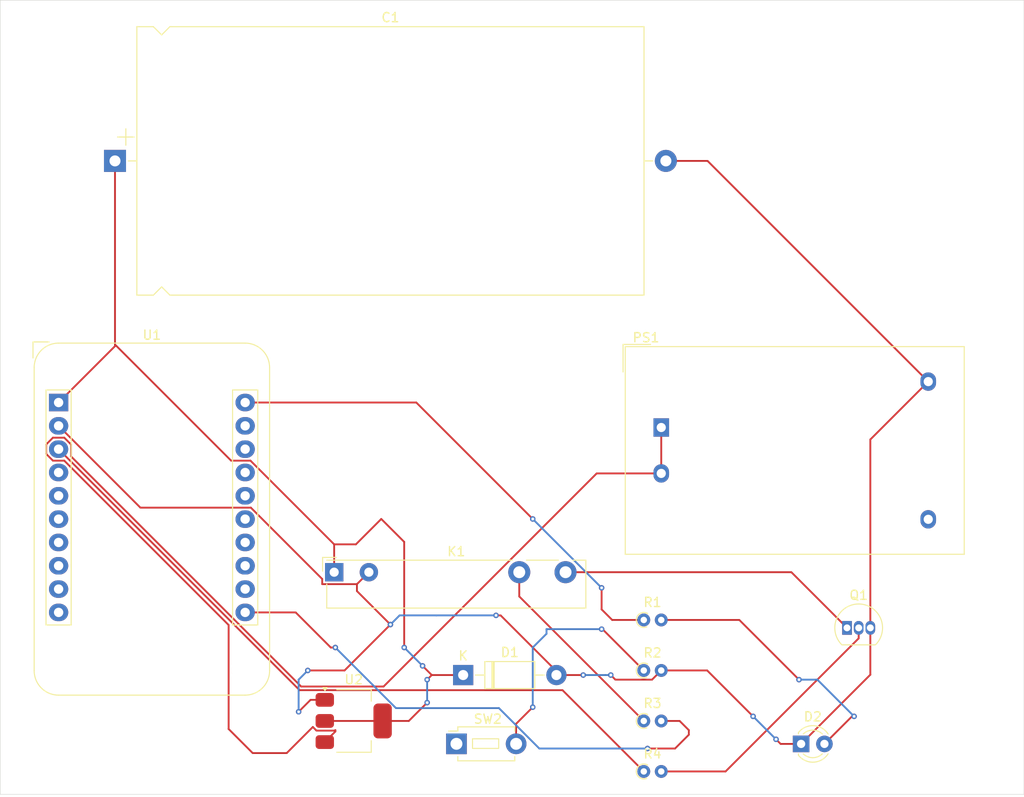
<source format=kicad_pcb>
(kicad_pcb (version 20241229) (generator "pcbnew") (generator_version "9.0")
  (layers (0 "F.Cu" signal) (2 "B.Cu" signal) (13 "F.Paste" user) (15 "B.Paste" user) (5 "F.SilkS" user "F.Silkscreen") (7 "B.SilkS" user "B.Silkscreen") (1 "F.Mask" user) (3 "B.Mask" user) (25 "Edge.Cuts" user))
  (net 0 "")
  (net 1 "GND")
  (net 2 "VCC")
  (net 3 "Net-(D2-A)")
  (net 4 "Net-(K1-Pad13)")
  (net 5 "Net-(Q1-C)")
  (net 7 "AC")
  (net 8 "Net-(Q1-B)")
  (net 9 "Net-(U1-GPIO-2)")
  (net 10 "Net-(R2-Pad1)")
  (net 11 "Net-(U1-GPIO5)")
  (net 12 "Net-(U1-GPIO1)")
  (net 13 "Net-(U1-GPIO4)")
  (footprint "Converter_ACDC:Converter_ACDC_Hi-Link_HLK-PMxx" (layer "F.Cu") (at 179.4975 97.0375)
    (property "Reference" "PS1" (at -1.66 -9.79 0) (layer "F.SilkS"))
    (property "Value" "HLK-PM01")
    (fp_line (start -4.16 -9.05) (end -1.16 -9.05) (stroke (width 0.12)) (layer "F.SilkS"))
    (fp_line (start -4.16 -6.05) (end -4.16 -9.05) (stroke (width 0.12)) (layer "F.SilkS"))
    (fp_line (start -3.92 -8.81) (end -3.92 13.81) (stroke (width 0.12)) (layer "F.SilkS"))
    (fp_line (start -3.92 -8.81) (end 33 -8.81) (stroke (width 0.12)) (layer "F.SilkS"))
    (fp_line (start -3.92 13.81) (end 33 13.81) (stroke (width 0.12)) (layer "F.SilkS"))
    (fp_line (start 33 -8.81) (end 33 13.81) (stroke (width 0.12)) (layer "F.SilkS"))
    (pad "1" thru_hole rect (at 0 0) (size 1.7 2) (drill 1) (layers "*.Cu" "*.Mask") (net 7 "AC"))
    (pad "2" thru_hole oval (at 0 5) (size 1.7 2) (drill 1) (layers "*.Cu" "*.Mask") (net 7 "AC"))
    (pad "3" thru_hole oval (at 29.08 -5) (size 1.7 2) (drill 1) (layers "*.Cu" "*.Mask") (net 1 "GND"))
    (pad "4" thru_hole oval (at 29.08 10) (size 1.7 2) (drill 1) (layers "*.Cu" "*.Mask"))
  )
  (footprint "Diode_THT:D_DO-41_SOD81_P10.16mm_Horizontal" (layer "F.Cu") (at 157.92 124)
    (property "Reference" "D1" (at 5.08 -2.47 0) (layer "F.SilkS"))
    (property "Value" "1N4007")
    (fp_line (start 1.34 0) (end 2.36 0) (stroke (width 0.12)) (layer "F.SilkS"))
    (fp_line (start 2.36 -1.47) (end 2.36 1.47) (stroke (width 0.12)) (layer "F.SilkS"))
    (fp_line (start 2.36 1.47) (end 7.8 1.47) (stroke (width 0.12)) (layer "F.SilkS"))
    (fp_line (start 3.14 -1.47) (end 3.14 1.47) (stroke (width 0.12)) (layer "F.SilkS"))
    (fp_line (start 3.26 -1.47) (end 3.26 1.47) (stroke (width 0.12)) (layer "F.SilkS"))
    (fp_line (start 3.38 -1.47) (end 3.38 1.47) (stroke (width 0.12)) (layer "F.SilkS"))
    (fp_line (start 7.8 -1.47) (end 2.36 -1.47) (stroke (width 0.12)) (layer "F.SilkS"))
    (fp_line (start 7.8 1.47) (end 7.8 -1.47) (stroke (width 0.12)) (layer "F.SilkS"))
    (fp_line (start 8.82 0) (end 7.8 0) (stroke (width 0.12)) (layer "F.SilkS"))
    (fp_text user "K" (at 0 -2.1 0) (layer "F.SilkS"))
    (pad "1" thru_hole rect (at 0 0) (size 2.2 2.2) (drill 1.1) (layers "*.Cu" "*.Mask") (net 2 "VCC"))
    (pad "2" thru_hole oval (at 10.16 0) (size 2.2 2.2) (drill 1.1) (layers "*.Cu" "*.Mask") (net 1 "GND"))
  )
  (footprint "Resistor_THT:R_Axial_DIN0204_L3.6mm_D1.6mm_P1.90mm_Vertical" (layer "F.Cu") (at 177.595 129)
    (property "Reference" "R3" (at 0.95 -1.92 0) (layer "F.SilkS"))
    (property "Value" "R")
    (fp_arc (start 0.320095 0.749359) (mid -0.813042 -0.054435) (end 0.417133 -0.7) (stroke (width 0.12)) (layer "F.SilkS"))
    (pad "1" thru_hole circle (at 0 0) (size 1.4 1.4) (drill 0.7) (layers "*.Cu" "*.Mask") (net 4 "Net-(K1-Pad13)"))
    (pad "2" thru_hole oval (at 1.9 0) (size 1.4 1.4) (drill 0.7) (layers "*.Cu" "*.Mask") (net 11 "Net-(U1-GPIO5)"))
  )
  (footprint "Resistor_THT:R_Axial_DIN0204_L3.6mm_D1.6mm_P1.90mm_Vertical" (layer "F.Cu") (at 177.595 123.5)
    (property "Reference" "R2" (at 0.95 -1.92 0) (layer "F.SilkS"))
    (property "Value" "R")
    (fp_arc (start 0.320095 0.749359) (mid -0.813042 -0.054435) (end 0.417133 -0.7) (stroke (width 0.12)) (layer "F.SilkS"))
    (pad "1" thru_hole circle (at 0 0) (size 1.4 1.4) (drill 0.7) (layers "*.Cu" "*.Mask") (net 10 "Net-(R2-Pad1)"))
    (pad "2" thru_hole oval (at 1.9 0) (size 1.4 1.4) (drill 0.7) (layers "*.Cu" "*.Mask") (net 1 "GND"))
  )
  (footprint "Package_TO_SOT_SMD:SOT-223-3_TabPin2" (layer "F.Cu") (at 146 129)
    (property "Reference" "U2" (at 0 -4.5 0) (layer "F.SilkS"))
    (property "Value" "AMS1117-3.3")
    (fp_line (start -1.85 -3.41) (end 1.91 -3.41) (stroke (width 0.12)) (layer "F.SilkS"))
    (fp_line (start -1.85 3.41) (end 1.91 3.41) (stroke (width 0.12)) (layer "F.SilkS"))
    (fp_line (start 1.91 -3.41) (end 1.91 -2.15) (stroke (width 0.12)) (layer "F.SilkS"))
    (fp_line (start 1.91 3.41) (end 1.91 2.15) (stroke (width 0.12)) (layer "F.SilkS"))
    (fp_poly (pts (xy -3.13 -3.31) (xy -3.37 -3.64) (xy -2.89 -3.64) (xy -3.13 -3.31)) (stroke (width 0.12)) (fill yes) (layer "F.SilkS"))
    (pad "1" smd roundrect (at -3.15 -2.3) (size 2 1.5) (layers "F.Cu" "F.Mask" "F.Paste") (net 1 "GND"))
    (pad "2" smd roundrect (at -3.15 0) (size 2 1.5) (layers "F.Cu" "F.Mask" "F.Paste") (net 2 "VCC"))
    (pad "2" smd roundrect (at 3.15 0) (size 2 3.8) (layers "F.Cu" "F.Mask" "F.Paste") (net 2 "VCC"))
    (pad "3" smd roundrect (at -3.15 2.3) (size 2 1.5) (layers "F.Cu" "F.Mask" "F.Paste") (net 7 "AC"))
  )
  (footprint "Button_Switch_THT:SW_PUSH_1P1T_6x3.5mm_H4.3_APEM_MJTP1243" (layer "F.Cu") (at 157.19 131.49)
    (property "Reference" "SW2" (at 3.42 -2.7 0) (layer "F.SilkS"))
    (property "Value" "SW_Push")
    (fp_line (start 0.15 -1.85) (end 0.15 -1.39) (stroke (width 0.12)) (layer "F.SilkS"))
    (fp_line (start 0.15 -1.39) (end -0.85 -1.39) (stroke (width 0.12)) (layer "F.SilkS"))
    (fp_line (start 0.15 1.39) (end 0.15 1.85) (stroke (width 0.12)) (layer "F.SilkS"))
    (fp_line (start 0.15 1.85) (end 6.35 1.85) (stroke (width 0.12)) (layer "F.SilkS"))
    (fp_line (start 6.35 -1.85) (end 0.15 -1.85) (stroke (width 0.12)) (layer "F.SilkS"))
    (fp_line (start 6.35 -1.85) (end 6.35 -1.39) (stroke (width 0.12)) (layer "F.SilkS"))
    (fp_line (start 6.35 1.39) (end 6.35 1.85) (stroke (width 0.12)) (layer "F.SilkS"))
    (fp_rect (start 1.75 -0.55) (end 4.6 0.5) (stroke (width 0.12)) (fill no) (layer "F.SilkS"))
    (pad "1" thru_hole rect (at 0 0 90) (size 2.25 2.25) (drill 1.3) (layers "*.Cu" "*.Mask") (net 13 "Net-(U1-GPIO4)"))
    (pad "2" thru_hole circle (at 6.5 0 90) (size 2.25 2.25) (drill 1.3) (layers "*.Cu" "*.Mask") (net 10 "Net-(R2-Pad1)"))
  )
  (footprint "Relay_THT:Relay_SPST-NO_Fujitsu_FTR-LYAA005x_FormA_Vertical" (layer "F.Cu") (at 143.8725 112.7975)
    (property "Reference" "K1" (at 13.3 -2.25 0) (layer "F.SilkS"))
    (property "Value" "Fujitsu_FTR-LYAA005x")
    (fp_line (start -1.26 -1.61) (end 0.24 -1.61) (stroke (width 0.12)) (layer "F.SilkS"))
    (fp_line (start -1.26 -0.11) (end -1.26 -1.61) (stroke (width 0.12)) (layer "F.SilkS"))
    (fp_line (start -0.81 3.91) (end -0.81 1.3) (stroke (width 0.12)) (layer "F.SilkS"))
    (fp_line (start -0.81 3.91) (end 27.41 3.91) (stroke (width 0.12)) (layer "F.SilkS"))
    (fp_line (start 19.4 -1.31) (end -0.81 -1.31) (stroke (width 0.12)) (layer "F.SilkS"))
    (fp_line (start 20.94 -1.31) (end 24.42 -1.31) (stroke (width 0.12)) (layer "F.SilkS"))
    (fp_line (start 26 -1.31) (end 27.41 -1.31) (stroke (width 0.12)) (layer "F.SilkS"))
    (fp_line (start 27.41 3.91) (end 27.41 -1.31) (stroke (width 0.12)) (layer "F.SilkS"))
    (pad "13" thru_hole circle (at 20.16 0) (size 2.4 2.4) (drill 1.3) (layers "*.Cu" "*.Mask") (net 4 "Net-(K1-Pad13)"))
    (pad "14" thru_hole circle (at 25.2 0) (size 2.4 2.4) (drill 1.3) (layers "*.Cu" "*.Mask") (net 5 "Net-(Q1-C)"))
    (pad "A1" thru_hole rect (at 0 0) (size 2 2) (drill 1) (layers "*.Cu" "*.Mask") (net 2 "VCC"))
    (pad "A2" thru_hole circle (at 3.78 0) (size 2 2) (drill 1) (layers "*.Cu" "*.Mask") (net 1 "GND"))
  )
  (footprint "Package_TO_SOT_THT:TO-92_Inline" (layer "F.Cu") (at 199.73 118.86)
    (property "Reference" "Q1" (at 1.27 -3.56 0) (layer "F.SilkS"))
    (property "Value" "BC547")
    (fp_line (start -0.53 1.85) (end 3.07 1.85) (stroke (width 0.12)) (layer "F.SilkS"))
    (fp_arc (start -0.568478 1.838478) (mid -1.132087 -0.994977) (end 1.27 -2.6) (stroke (width 0.12)) (layer "F.SilkS"))
    (fp_arc (start 1.27 -2.6) (mid 3.672087 -0.994977) (end 3.108478 1.838478) (stroke (width 0.12)) (layer "F.SilkS"))
    (pad "1" thru_hole rect (at 0 0) (size 1.05 1.5) (drill 0.75) (layers "*.Cu" "*.Mask") (net 5 "Net-(Q1-C)"))
    (pad "2" thru_hole oval (at 1.27 0) (size 1.05 1.5) (drill 0.75) (layers "*.Cu" "*.Mask") (net 8 "Net-(Q1-B)"))
    (pad "3" thru_hole oval (at 2.54 0) (size 1.05 1.5) (drill 0.75) (layers "*.Cu" "*.Mask") (net 1 "GND"))
  )
  (footprint "Resistor_THT:R_Axial_DIN0204_L3.6mm_D1.6mm_P1.90mm_Vertical" (layer "F.Cu") (at 177.595 134.5)
    (property "Reference" "R4" (at 0.95 -1.92 0) (layer "F.SilkS"))
    (property "Value" "R")
    (fp_arc (start 0.320095 0.749359) (mid -0.813042 -0.054435) (end 0.417133 -0.7) (stroke (width 0.12)) (layer "F.SilkS"))
    (pad "1" thru_hole circle (at 0 0) (size 1.4 1.4) (drill 0.7) (layers "*.Cu" "*.Mask") (net 12 "Net-(U1-GPIO1)"))
    (pad "2" thru_hole oval (at 1.9 0) (size 1.4 1.4) (drill 0.7) (layers "*.Cu" "*.Mask") (net 8 "Net-(Q1-B)"))
  )
  (footprint "Capacitor_THT:CP_Axial_L55.0mm_D29.0mm_P60.00mm_Horizontal" (layer "F.Cu") (at 120 68)
    (property "Reference" "C1" (at 30 -15.62 0) (layer "F.SilkS"))
    (property "Value" "C")
    (fp_line (start 0.28 -2.6) (end 2.08 -2.6) (stroke (width 0.12)) (layer "F.SilkS"))
    (fp_line (start 1.18 -3.5) (end 1.18 -1.7) (stroke (width 0.12)) (layer "F.SilkS"))
    (fp_line (start 1.44 0) (end 2.38 0) (stroke (width 0.12)) (layer "F.SilkS"))
    (fp_line (start 2.38 -14.62) (end 2.38 14.62) (stroke (width 0.12)) (layer "F.SilkS"))
    (fp_line (start 2.38 -14.62) (end 4.18 -14.62) (stroke (width 0.12)) (layer "F.SilkS"))
    (fp_line (start 2.38 14.62) (end 4.18 14.62) (stroke (width 0.12)) (layer "F.SilkS"))
    (fp_line (start 4.18 -14.62) (end 5.08 -13.72) (stroke (width 0.12)) (layer "F.SilkS"))
    (fp_line (start 4.18 14.62) (end 5.08 13.72) (stroke (width 0.12)) (layer "F.SilkS"))
    (fp_line (start 5.08 -13.72) (end 5.98 -14.62) (stroke (width 0.12)) (layer "F.SilkS"))
    (fp_line (start 5.08 13.72) (end 5.98 14.62) (stroke (width 0.12)) (layer "F.SilkS"))
    (fp_line (start 5.98 -14.62) (end 57.62 -14.62) (stroke (width 0.12)) (layer "F.SilkS"))
    (fp_line (start 5.98 14.62) (end 57.62 14.62) (stroke (width 0.12)) (layer "F.SilkS"))
    (fp_line (start 57.62 -14.62) (end 57.62 14.62) (stroke (width 0.12)) (layer "F.SilkS"))
    (fp_line (start 58.56 0) (end 57.62 0) (stroke (width 0.12)) (layer "F.SilkS"))
    (pad "1" thru_hole rect (at 0 0) (size 2.4 2.4) (drill 1.2) (layers "*.Cu" "*.Mask") (net 2 "VCC"))
    (pad "2" thru_hole circle (at 60 0) (size 2.4 2.4) (drill 1.2) (layers "*.Cu" "*.Mask") (net 1 "GND"))
  )
  (footprint "LED_THT:LED_D3.0mm" (layer "F.Cu") (at 194.73 131.5)
    (property "Reference" "D2" (at 1.27 -2.96 0) (layer "F.SilkS"))
    (property "Value" "LED")
    (fp_line (start -0.29 -1.236) (end -0.29 -1.08) (stroke (width 0.12)) (layer "F.SilkS"))
    (fp_line (start -0.29 1.08) (end -0.29 1.236) (stroke (width 0.12)) (layer "F.SilkS"))
    (fp_arc (start -0.29 -1.235516) (mid 1.365624 -1.987701) (end 2.941397 -1.080061) (stroke (width 0.12)) (layer "F.SilkS"))
    (fp_arc (start 0.229039 -1.08) (mid 1.269964 -1.5) (end 2.31091 -1.080049) (stroke (width 0.12)) (layer "F.SilkS"))
    (fp_arc (start 2.31091 1.080049) (mid 1.269964 1.5) (end 0.229039 1.08) (stroke (width 0.12)) (layer "F.SilkS"))
    (fp_arc (start 2.941397 1.080061) (mid 1.365624 1.987701) (end -0.29 1.235516) (stroke (width 0.12)) (layer "F.SilkS"))
    (pad "1" thru_hole rect (at 0 0) (size 1.8 1.8) (drill 0.9) (layers "*.Cu" "*.Mask") (net 1 "GND"))
    (pad "2" thru_hole circle (at 2.54 0) (size 1.8 1.8) (drill 0.9) (layers "*.Cu" "*.Mask") (net 3 "Net-(D2-A)"))
  )
  (footprint "Resistor_THT:R_Axial_DIN0204_L3.6mm_D1.6mm_P1.90mm_Vertical" (layer "F.Cu") (at 177.595 118)
    (property "Reference" "R1" (at 0.95 -1.92 0) (layer "F.SilkS"))
    (property "Value" "R")
    (fp_arc (start 0.320095 0.749359) (mid -0.813042 -0.054435) (end 0.417133 -0.7) (stroke (width 0.12)) (layer "F.SilkS"))
    (pad "1" thru_hole circle (at 0 0) (size 1.4 1.4) (drill 0.7) (layers "*.Cu" "*.Mask") (net 9 "Net-(U1-GPIO-2)"))
    (pad "2" thru_hole oval (at 1.9 0) (size 1.4 1.4) (drill 0.7) (layers "*.Cu" "*.Mask") (net 3 "Net-(D2-A)"))
  )
  (footprint "Module:Adafruit_HUZZAH_ESP8266_breakout_WithMountingHoles" (layer "F.Cu") (at 113.8575 94.3175)
    (property "Reference" "U1" (at 10.16 -7.35 0) (layer "F.SilkS"))
    (property "Value" "Olimex_MOD-WIFI-ESP8266-DEV")
    (fp_line (start -2.79 -6.6) (end -1.04 -6.6) (stroke (width 0.12)) (layer "F.SilkS"))
    (fp_line (start -2.79 -4.85) (end -2.79 -6.6) (stroke (width 0.12)) (layer "F.SilkS"))
    (fp_line (start -2.66 -3.81) (end -2.66 29.21) (stroke (width 0.12)) (layer "F.SilkS"))
    (fp_line (start -1.37 -1.37) (end -1.37 24.23) (stroke (width 0.12)) (layer "F.SilkS"))
    (fp_line (start -1.37 24.23) (end 1.37 24.23) (stroke (width 0.12)) (layer "F.SilkS"))
    (fp_line (start 0 -6.47) (end 20.32 -6.47) (stroke (width 0.12)) (layer "F.SilkS"))
    (fp_line (start 0 31.87) (end 20.32 31.87) (stroke (width 0.12)) (layer "F.SilkS"))
    (fp_line (start 1.37 -1.37) (end -1.37 -1.37) (stroke (width 0.12)) (layer "F.SilkS"))
    (fp_line (start 1.37 24.23) (end 1.37 -1.37) (stroke (width 0.12)) (layer "F.SilkS"))
    (fp_line (start 18.95 -1.37) (end 18.95 24.23) (stroke (width 0.12)) (layer "F.SilkS"))
    (fp_line (start 18.95 24.23) (end 21.69 24.23) (stroke (width 0.12)) (layer "F.SilkS"))
    (fp_line (start 21.69 -1.37) (end 18.95 -1.37) (stroke (width 0.12)) (layer "F.SilkS"))
    (fp_line (start 21.69 24.23) (end 21.69 -1.37) (stroke (width 0.12)) (layer "F.SilkS"))
    (fp_line (start 22.98 -3.81) (end 22.98 29.21) (stroke (width 0.12)) (layer "F.SilkS"))
    (fp_arc (start -2.66 -3.81) (mid -1.880904 -5.690904) (end 0 -6.47) (stroke (width 0.12)) (layer "F.SilkS"))
    (fp_arc (start 0 31.87) (mid -1.880904 31.090904) (end -2.66 29.21) (stroke (width 0.12)) (layer "F.SilkS"))
    (fp_arc (start 20.32 -6.47) (mid 22.200904 -5.690904) (end 22.98 -3.81) (stroke (width 0.12)) (layer "F.SilkS"))
    (fp_arc (start 22.98 29.21) (mid 22.200904 31.090904) (end 20.32 31.87) (stroke (width 0.12)) (layer "F.SilkS"))
    (pad "" np_thru_hole circle (at 0 -3.81) (size 2.9 2.9) (drill 2.9) (layers "*.Cu" "*.Mask"))
    (pad "" np_thru_hole circle (at 0 29.21) (size 2.9 2.9) (drill 2.9) (layers "*.Cu" "*.Mask"))
    (pad "" np_thru_hole circle (at 20.32 -3.81) (size 2.9 2.9) (drill 2.9) (layers "*.Cu" "*.Mask"))
    (pad "" np_thru_hole circle (at 20.32 29.21) (size 2.9 2.9) (drill 2.9) (layers "*.Cu" "*.Mask"))
    (pad "1" thru_hole rect (at 0 0) (size 2.1 1.9) (drill 1.02) (layers "*.Cu" "*.Mask") (net 2 "VCC"))
    (pad "2" thru_hole oval (at 0 2.54) (size 2.1 1.9) (drill 1.02) (layers "*.Cu" "*.Mask") (net 1 "GND"))
    (pad "3" thru_hole oval (at 0 5.08) (size 2.1 1.9) (drill 1.02) (layers "*.Cu" "*.Mask") (net 12 "Net-(U1-GPIO1)"))
    (pad "4" thru_hole oval (at 0 7.62) (size 2.1 1.9) (drill 1.02) (layers "*.Cu" "*.Mask"))
    (pad "5" thru_hole oval (at 0 10.16) (size 2.1 1.9) (drill 1.02) (layers "*.Cu" "*.Mask"))
    (pad "6" thru_hole oval (at 0 12.7) (size 2.1 1.9) (drill 1.02) (layers "*.Cu" "*.Mask"))
    (pad "7" thru_hole oval (at 0 15.24) (size 2.1 1.9) (drill 1.02) (layers "*.Cu" "*.Mask"))
    (pad "8" thru_hole oval (at 0 17.78) (size 2.1 1.9) (drill 1.02) (layers "*.Cu" "*.Mask"))
    (pad "9" thru_hole oval (at 0 20.32) (size 2.1 1.9) (drill 1.02) (layers "*.Cu" "*.Mask"))
    (pad "10" thru_hole oval (at 0 22.86) (size 2.1 1.9) (drill 1.02) (layers "*.Cu" "*.Mask"))
    (pad "11" thru_hole oval (at 20.32 22.86) (size 2.1 1.9) (drill 1.02) (layers "*.Cu" "*.Mask") (net 11 "Net-(U1-GPIO5)"))
    (pad "12" thru_hole oval (at 20.32 20.32) (size 2.1 1.9) (drill 1.02) (layers "*.Cu" "*.Mask"))
    (pad "13" thru_hole oval (at 20.32 17.78) (size 2.1 1.9) (drill 1.02) (layers "*.Cu" "*.Mask"))
    (pad "14" thru_hole oval (at 20.32 15.24) (size 2.1 1.9) (drill 1.02) (layers "*.Cu" "*.Mask"))
    (pad "15" thru_hole oval (at 20.32 12.7) (size 2.1 1.9) (drill 1.02) (layers "*.Cu" "*.Mask"))
    (pad "16" thru_hole oval (at 20.32 10.16) (size 2.1 1.9) (drill 1.02) (layers "*.Cu" "*.Mask"))
    (pad "17" thru_hole oval (at 20.32 7.62) (size 2.1 1.9) (drill 1.02) (layers "*.Cu" "*.Mask"))
    (pad "18" thru_hole oval (at 20.32 5.08) (size 2.1 1.9) (drill 1.02) (layers "*.Cu" "*.Mask"))
    (pad "19" thru_hole oval (at 20.32 2.54) (size 2.1 1.9) (drill 1.02) (layers "*.Cu" "*.Mask"))
    (pad "20" thru_hole oval (at 20.32 0) (size 2.1 1.9) (drill 1.02) (layers "*.Cu" "*.Mask") (net 9 "Net-(U1-GPIO-2)"))
  )
  (gr_rect (start 107.5 50.5) (end 219 137) (stroke (width 0.05)) (fill no) (layer "Edge.Cuts"))
  (segment (start 122.7665 105.7665) (end 134.795681 105.7665) (width 0.2) (layer "F.Cu") (net 1))
  (segment (start 150 118.5) (end 146.3515 114.8515) (width 0.2) (layer "F.Cu") (net 1))
  (segment (start 202.27 123.96) (end 202.27 118.86) (width 0.2) (layer "F.Cu") (net 1))
  (segment (start 142.5715 113.542319) (end 142.5715 114.0985) (width 0.2) (layer "F.Cu") (net 1))
  (segment (start 174 124) (end 174.5 124.5) (width 0.2) (layer "F.Cu") (net 1))
  (segment (start 141.3 126.7) (end 140 128) (width 0.2) (layer "F.Cu") (net 1))
  (segment (start 194.73 131.5) (end 202.27 123.96) (width 0.2) (layer "F.Cu") (net 1))
  (segment (start 180 68) (end 184.54 68) (width 0.2) (layer "F.Cu") (net 1))
  (segment (start 142.5715 114.0985) (end 146.3515 114.0985) (width 0.2) (layer "F.Cu") (net 1))
  (segment (start 113.8575 96.8575) (end 122.7665 105.7665) (width 0.2) (layer "F.Cu") (net 1))
  (segment (start 146.3515 114.8515) (end 146.3515 114.0985) (width 0.2) (layer "F.Cu") (net 1))
  (segment (start 168.08 124) (end 171 124) (width 0.2) (layer "F.Cu") (net 1))
  (segment (start 174.5 124.5) (end 178.495 124.5) (width 0.2) (layer "F.Cu") (net 1))
  (segment (start 192.5 131.5) (end 194.73 131.5) (width 0.2) (layer "F.Cu") (net 1))
  (segment (start 162 117.5) (end 161.5 117.5) (width 0.2) (layer "F.Cu") (net 1))
  (segment (start 146.3515 114.0985) (end 147.6525 112.7975) (width 0.2) (layer "F.Cu") (net 1))
  (segment (start 168.08 123.58) (end 162 117.5) (width 0.2) (layer "F.Cu") (net 1))
  (segment (start 142.85 126.7) (end 141.3 126.7) (width 0.2) (layer "F.Cu") (net 1))
  (segment (start 168.08 124) (end 168.08 123.58) (width 0.2) (layer "F.Cu") (net 1))
  (segment (start 141 123.5) (end 145 123.5) (width 0.2) (layer "F.Cu") (net 1))
  (segment (start 192 131) (end 192.5 131.5) (width 0.2) (layer "F.Cu") (net 1))
  (segment (start 184.54 68) (end 208.5775 92.0375) (width 0.2) (layer "F.Cu") (net 1))
  (segment (start 202.27 98.345) (end 208.5775 92.0375) (width 0.2) (layer "F.Cu") (net 1))
  (segment (start 178.495 124.5) (end 179.495 123.5) (width 0.2) (layer "F.Cu") (net 1))
  (segment (start 179.495 123.5) (end 184.5 123.5) (width 0.2) (layer "F.Cu") (net 1))
  (segment (start 145 123.5) (end 150 118.5) (width 0.2) (layer "F.Cu") (net 1))
  (segment (start 134.795681 105.7665) (end 142.5715 113.542319) (width 0.2) (layer "F.Cu") (net 1))
  (segment (start 184.5 123.5) (end 189.5 128.5) (width 0.2) (layer "F.Cu") (net 1))
  (segment (start 202.27 118.86) (end 202.27 98.345) (width 0.2) (layer "F.Cu") (net 1))
  (via (at 171 124) (size 0.6) (drill 0.3) (layers "F.Cu" "B.Cu") (net 1))
  (via (at 189.5 128.5) (size 0.6) (drill 0.3) (layers "F.Cu" "B.Cu") (net 1))
  (via (at 141 123.5) (size 0.6) (drill 0.3) (layers "F.Cu" "B.Cu") (net 1))
  (via (at 174 124) (size 0.6) (drill 0.3) (layers "F.Cu" "B.Cu") (net 1))
  (via (at 161.5 117.5) (size 0.6) (drill 0.3) (layers "F.Cu" "B.Cu") (net 1))
  (via (at 140 128) (size 0.6) (drill 0.3) (layers "F.Cu" "B.Cu") (net 1))
  (via (at 192 131) (size 0.6) (drill 0.3) (layers "F.Cu" "B.Cu") (net 1))
  (via (at 150 118.5) (size 0.6) (drill 0.3) (layers "F.Cu" "B.Cu") (net 1))
  (segment (start 173.399 124) (end 174 124) (width 0.2) (layer "B.Cu") (net 1))
  (segment (start 171 124) (end 173.399 124) (width 0.2) (layer "B.Cu") (net 1))
  (segment (start 155 117.5) (end 151 117.5) (width 0.2) (layer "B.Cu") (net 1))
  (segment (start 189.5 128.5) (end 192 131) (width 0.2) (layer "B.Cu") (net 1))
  (segment (start 140 128) (end 140 124.5) (width 0.2) (layer "B.Cu") (net 1))
  (segment (start 151 117.5) (end 150 118.5) (width 0.2) (layer "B.Cu") (net 1))
  (segment (start 140 124.5) (end 141 123.5) (width 0.2) (layer "B.Cu") (net 1))
  (segment (start 161.5 117.5) (end 155 117.5) (width 0.2) (layer "B.Cu") (net 1))
  (segment (start 134.757681 100.6485) (end 143.8725 109.763319) (width 0.2) (layer "F.Cu") (net 2))
  (segment (start 152 129) (end 154 127) (width 0.2) (layer "F.Cu") (net 2))
  (segment (start 146.236681 109.763319) (end 143.8725 109.763319) (width 0.2) (layer "F.Cu") (net 2))
  (segment (start 151.5 121) (end 151.5 109.5) (width 0.2) (layer "F.Cu") (net 2))
  (segment (start 149.15 129) (end 152 129) (width 0.2) (layer "F.Cu") (net 2))
  (segment (start 154.5 124) (end 153.5 123) (width 0.2) (layer "F.Cu") (net 2))
  (segment (start 113.8575 94.3175) (end 120 88.175) (width 0.2) (layer "F.Cu") (net 2))
  (segment (start 132.6485 100.6485) (end 134.757681 100.6485) (width 0.2) (layer "F.Cu") (net 2))
  (segment (start 120 88.175) (end 120 88) (width 0.2) (layer "F.Cu") (net 2))
  (segment (start 142.85 129) (end 149.15 129) (width 0.2) (layer "F.Cu") (net 2))
  (segment (start 120 88) (end 120 68) (width 0.2) (layer "F.Cu") (net 2))
  (segment (start 149 107) (end 146.236681 109.763319) (width 0.2) (layer "F.Cu") (net 2))
  (segment (start 154.5 124) (end 157.92 124) (width 0.2) (layer "F.Cu") (net 2))
  (segment (start 151.5 109.5) (end 149 107) (width 0.2) (layer "F.Cu") (net 2))
  (segment (start 154 124.5) (end 154.5 124) (width 0.2) (layer "F.Cu") (net 2))
  (segment (start 120 88) (end 132.6485 100.6485) (width 0.2) (layer "F.Cu") (net 2))
  (segment (start 143.8725 109.763319) (end 143.8725 112.7975) (width 0.2) (layer "F.Cu") (net 2))
  (via (at 151.5 121) (size 0.6) (drill 0.3) (layers "F.Cu" "B.Cu") (net 2))
  (via (at 154 124.5) (size 0.6) (drill 0.3) (layers "F.Cu" "B.Cu") (net 2))
  (via (at 154 127) (size 0.6) (drill 0.3) (layers "F.Cu" "B.Cu") (net 2))
  (via (at 153.5 123) (size 0.6) (drill 0.3) (layers "F.Cu" "B.Cu") (net 2))
  (segment (start 153.5 123) (end 151.5 121) (width 0.2) (layer "B.Cu") (net 2))
  (segment (start 154 127) (end 154 124.5) (width 0.2) (layer "B.Cu") (net 2))
  (segment (start 179.495 118) (end 188 118) (width 0.2) (layer "F.Cu") (net 3))
  (segment (start 200.5 128.5) (end 200.27 128.5) (width 0.2) (layer "F.Cu") (net 3))
  (segment (start 200.27 128.5) (end 197.27 131.5) (width 0.2) (layer "F.Cu") (net 3))
  (segment (start 188 118) (end 194.5 124.5) (width 0.2) (layer "F.Cu") (net 3))
  (via (at 194.5 124.5) (size 0.6) (drill 0.3) (layers "F.Cu" "B.Cu") (net 3))
  (via (at 200.5 128.5) (size 0.6) (drill 0.3) (layers "F.Cu" "B.Cu") (net 3))
  (segment (start 194.5 124.5) (end 196.5 124.5) (width 0.2) (layer "B.Cu") (net 3))
  (segment (start 196.5 124.5) (end 200.5 128.5) (width 0.2) (layer "B.Cu") (net 3))
  (segment (start 177.595 129) (end 164.0325 115.4375) (width 0.2) (layer "F.Cu") (net 4))
  (segment (start 164.0325 115.4375) (end 164.0325 112.7975) (width 0.2) (layer "F.Cu") (net 4))
  (segment (start 169.0725 112.7975) (end 193.6675 112.7975) (width 0.2) (layer "F.Cu") (net 5))
  (segment (start 193.6675 112.7975) (end 199.73 118.86) (width 0.2) (layer "F.Cu") (net 5))
  (segment (start 179.4975 97.0375) (end 179.4975 102.0375) (width 0.2) (layer "F.Cu") (net 7))
  (segment (start 144 130) (end 144 130.15) (width 0.2) (layer "F.Cu") (net 7))
  (segment (start 135 132.5) (end 138.704008 132.5) (width 0.2) (layer "F.Cu") (net 7))
  (segment (start 112.5065 98.879319) (end 112.5065 99.915681) (width 0.2) (layer "F.Cu") (net 7))
  (segment (start 113.239319 100.6485) (end 114.475681 100.6485) (width 0.2) (layer "F.Cu") (net 7))
  (segment (start 114.475681 98.1465) (end 113.239319 98.1465) (width 0.2) (layer "F.Cu") (net 7))
  (segment (start 141.944992 130.051) (end 143.949 130.051) (width 0.2) (layer "F.Cu") (net 7))
  (segment (start 132.3765 129.8765) (end 135 132.5) (width 0.2) (layer "F.Cu") (net 7))
  (segment (start 141.549 129.655008) (end 141.944992 130.051) (width 0.2) (layer "F.Cu") (net 7))
  (segment (start 112.5065 99.915681) (end 113.239319 100.6485) (width 0.2) (layer "F.Cu") (net 7))
  (segment (start 149.252 125.248) (end 140.2751 125.248) (width 0.2) (layer "F.Cu") (net 7))
  (segment (start 115.2085 98.879319) (end 114.475681 98.1465) (width 0.2) (layer "F.Cu") (net 7))
  (segment (start 144 130.15) (end 142.85 131.3) (width 0.2) (layer "F.Cu") (net 7))
  (segment (start 132.3765 118.549319) (end 132.3765 129.8765) (width 0.2) (layer "F.Cu") (net 7))
  (segment (start 179.4975 102.0375) (end 172.4625 102.0375) (width 0.2) (layer "F.Cu") (net 7))
  (segment (start 113.239319 98.1465) (end 112.5065 98.879319) (width 0.2) (layer "F.Cu") (net 7))
  (segment (start 138.704008 132.5) (end 141.549 129.655008) (width 0.2) (layer "F.Cu") (net 7))
  (segment (start 172.4625 102.0375) (end 149.252 125.248) (width 0.2) (layer "F.Cu") (net 7))
  (segment (start 143.949 130.051) (end 144 130) (width 0.2) (layer "F.Cu") (net 7))
  (segment (start 140.2751 125.248) (end 115.2085 100.1814) (width 0.2) (layer "F.Cu") (net 7))
  (segment (start 114.475681 100.6485) (end 132.3765 118.549319) (width 0.2) (layer "F.Cu") (net 7))
  (segment (start 115.2085 100.1814) (end 115.2085 98.879319) (width 0.2) (layer "F.Cu") (net 7))
  (segment (start 179.495 134.5) (end 186.5 134.5) (width 0.2) (layer "F.Cu") (net 8))
  (segment (start 201 120) (end 201 118.86) (width 0.2) (layer "F.Cu") (net 8))
  (segment (start 186.5 134.5) (end 201 120) (width 0.2) (layer "F.Cu") (net 8))
  (segment (start 173 116.847735) (end 173 114.5) (width 0.2) (layer "F.Cu") (net 9))
  (segment (start 152.8175 94.3175) (end 134.1775 94.3175) (width 0.2) (layer "F.Cu") (net 9))
  (segment (start 174.152265 118) (end 173 116.847735) (width 0.2) (layer "F.Cu") (net 9))
  (segment (start 177.595 118) (end 174.152265 118) (width 0.2) (layer "F.Cu") (net 9))
  (segment (start 165.5 107) (end 152.8175 94.3175) (width 0.2) (layer "F.Cu") (net 9))
  (via (at 165.5 107) (size 0.6) (drill 0.3) (layers "F.Cu" "B.Cu") (net 9))
  (via (at 173 114.5) (size 0.6) (drill 0.3) (layers "F.Cu" "B.Cu") (net 9))
  (segment (start 173 114.5) (end 165.5 107) (width 0.2) (layer "B.Cu") (net 9))
  (segment (start 177.595 123.5) (end 173.101 119.006) (width 0.2) (layer "F.Cu") (net 10))
  (segment (start 163.69 129.31) (end 165.5 127.5) (width 0.2) (layer "F.Cu") (net 10))
  (segment (start 163.69 131.49) (end 163.69 129.31) (width 0.2) (layer "F.Cu") (net 10))
  (segment (start 173.101 119.006) (end 173.101 119) (width 0.2) (layer "F.Cu") (net 10))
  (via (at 165.5 127.5) (size 0.6) (drill 0.3) (layers "F.Cu" "B.Cu") (net 10))
  (via (at 173 119) (size 0.6) (drill 0.3) (layers "F.Cu" "B.Cu") (net 10))
  (segment (start 165.5 121) (end 167 119.5) (width 0.2) (layer "B.Cu") (net 10))
  (segment (start 173 119) (end 167 119) (width 0.2) (layer "B.Cu") (net 10))
  (segment (start 167 119.5) (end 167 119) (width 0.2) (layer "B.Cu") (net 10))
  (segment (start 165.5 127.5) (end 165.5 121) (width 0.2) (layer "B.Cu") (net 10))
  (segment (start 181 132) (end 178 132) (width 0.2) (layer "F.Cu") (net 11))
  (segment (start 143.5 121) (end 139.6775 117.1775) (width 0.2) (layer "F.Cu") (net 11))
  (segment (start 182.5 130) (end 182.5 130.5) (width 0.2) (layer "F.Cu") (net 11))
  (segment (start 181.5 129) (end 182.5 130) (width 0.2) (layer "F.Cu") (net 11))
  (segment (start 139.6775 117.1775) (end 134.1775 117.1775) (width 0.2) (layer "F.Cu") (net 11))
  (segment (start 182.5 130.5) (end 181 132) (width 0.2) (layer "F.Cu") (net 11))
  (segment (start 144 121) (end 143.5 121) (width 0.2) (layer "F.Cu") (net 11))
  (segment (start 179.495 129) (end 181.5 129) (width 0.2) (layer "F.Cu") (net 11))
  (via (at 144 121) (size 0.6) (drill 0.3) (layers "F.Cu" "B.Cu") (net 11))
  (via (at 178 132) (size 0.6) (drill 0.3) (layers "F.Cu" "B.Cu") (net 11))
  (segment (start 150.601 127.601) (end 144 121) (width 0.2) (layer "B.Cu") (net 11))
  (segment (start 166.216669 132) (end 161.817669 127.601) (width 0.2) (layer "B.Cu") (net 11))
  (segment (start 161.817669 127.601) (end 150.601 127.601) (width 0.2) (layer "B.Cu") (net 11))
  (segment (start 178 132) (end 166.216669 132) (width 0.2) (layer "B.Cu") (net 11))
  (segment (start 113.8575 99.3975) (end 140.109 125.649) (width 0.2) (layer "F.Cu") (net 12))
  (segment (start 168.744 125.649) (end 177.595 134.5) (width 0.2) (layer "F.Cu") (net 12))
  (segment (start 140.109 125.649) (end 168.744 125.649) (width 0.2) (layer "F.Cu") (net 12))
)
</source>
